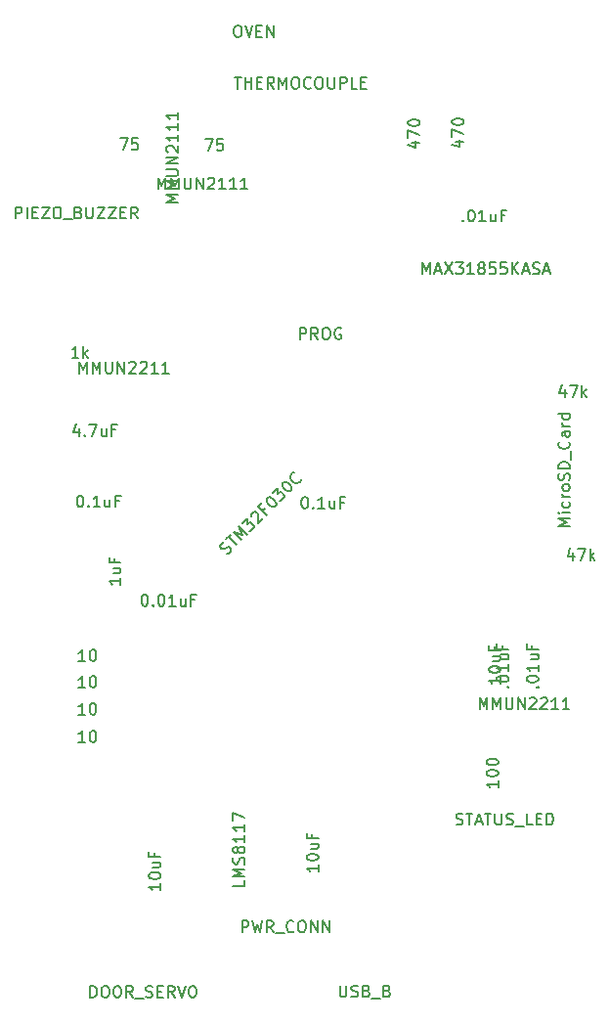
<source format=gbr>
G04 #@! TF.FileFunction,Other,Fab,Top*
%FSLAX46Y46*%
G04 Gerber Fmt 4.6, Leading zero omitted, Abs format (unit mm)*
G04 Created by KiCad (PCBNEW 4.0.1-stable) date 3/14/2016 3:22:51 AM*
%MOMM*%
G01*
G04 APERTURE LIST*
%ADD10C,0.100000*%
%ADD11C,0.150000*%
G04 APERTURE END LIST*
D10*
D11*
X167508467Y-80587543D02*
X167556086Y-80635162D01*
X167508467Y-80682781D01*
X167460848Y-80635162D01*
X167508467Y-80587543D01*
X167508467Y-80682781D01*
X168175133Y-79682781D02*
X168270372Y-79682781D01*
X168365610Y-79730400D01*
X168413229Y-79778019D01*
X168460848Y-79873257D01*
X168508467Y-80063733D01*
X168508467Y-80301829D01*
X168460848Y-80492305D01*
X168413229Y-80587543D01*
X168365610Y-80635162D01*
X168270372Y-80682781D01*
X168175133Y-80682781D01*
X168079895Y-80635162D01*
X168032276Y-80587543D01*
X167984657Y-80492305D01*
X167937038Y-80301829D01*
X167937038Y-80063733D01*
X167984657Y-79873257D01*
X168032276Y-79778019D01*
X168079895Y-79730400D01*
X168175133Y-79682781D01*
X169460848Y-80682781D02*
X168889419Y-80682781D01*
X169175133Y-80682781D02*
X169175133Y-79682781D01*
X169079895Y-79825638D01*
X168984657Y-79920876D01*
X168889419Y-79968495D01*
X170317991Y-80016114D02*
X170317991Y-80682781D01*
X169889419Y-80016114D02*
X169889419Y-80539924D01*
X169937038Y-80635162D01*
X170032276Y-80682781D01*
X170175134Y-80682781D01*
X170270372Y-80635162D01*
X170317991Y-80587543D01*
X171127515Y-80158971D02*
X170794181Y-80158971D01*
X170794181Y-80682781D02*
X170794181Y-79682781D01*
X171270372Y-79682781D01*
X154960581Y-136377228D02*
X154960581Y-136948657D01*
X154960581Y-136662943D02*
X153960581Y-136662943D01*
X154103438Y-136758181D01*
X154198676Y-136853419D01*
X154246295Y-136948657D01*
X153960581Y-135758181D02*
X153960581Y-135662942D01*
X154008200Y-135567704D01*
X154055819Y-135520085D01*
X154151057Y-135472466D01*
X154341533Y-135424847D01*
X154579629Y-135424847D01*
X154770105Y-135472466D01*
X154865343Y-135520085D01*
X154912962Y-135567704D01*
X154960581Y-135662942D01*
X154960581Y-135758181D01*
X154912962Y-135853419D01*
X154865343Y-135901038D01*
X154770105Y-135948657D01*
X154579629Y-135996276D01*
X154341533Y-135996276D01*
X154151057Y-135948657D01*
X154055819Y-135901038D01*
X154008200Y-135853419D01*
X153960581Y-135758181D01*
X154293914Y-134567704D02*
X154960581Y-134567704D01*
X154293914Y-134996276D02*
X154817724Y-134996276D01*
X154912962Y-134948657D01*
X154960581Y-134853419D01*
X154960581Y-134710561D01*
X154912962Y-134615323D01*
X154865343Y-134567704D01*
X154436771Y-133758180D02*
X154436771Y-134091514D01*
X154960581Y-134091514D02*
X153960581Y-134091514D01*
X153960581Y-133615323D01*
X141295381Y-137977428D02*
X141295381Y-138548857D01*
X141295381Y-138263143D02*
X140295381Y-138263143D01*
X140438238Y-138358381D01*
X140533476Y-138453619D01*
X140581095Y-138548857D01*
X140295381Y-137358381D02*
X140295381Y-137263142D01*
X140343000Y-137167904D01*
X140390619Y-137120285D01*
X140485857Y-137072666D01*
X140676333Y-137025047D01*
X140914429Y-137025047D01*
X141104905Y-137072666D01*
X141200143Y-137120285D01*
X141247762Y-137167904D01*
X141295381Y-137263142D01*
X141295381Y-137358381D01*
X141247762Y-137453619D01*
X141200143Y-137501238D01*
X141104905Y-137548857D01*
X140914429Y-137596476D01*
X140676333Y-137596476D01*
X140485857Y-137548857D01*
X140390619Y-137501238D01*
X140343000Y-137453619D01*
X140295381Y-137358381D01*
X140628714Y-136167904D02*
X141295381Y-136167904D01*
X140628714Y-136596476D02*
X141152524Y-136596476D01*
X141247762Y-136548857D01*
X141295381Y-136453619D01*
X141295381Y-136310761D01*
X141247762Y-136215523D01*
X141200143Y-136167904D01*
X140771571Y-135358380D02*
X140771571Y-135691714D01*
X141295381Y-135691714D02*
X140295381Y-135691714D01*
X140295381Y-135215523D01*
X139892352Y-112964981D02*
X139987591Y-112964981D01*
X140082829Y-113012600D01*
X140130448Y-113060219D01*
X140178067Y-113155457D01*
X140225686Y-113345933D01*
X140225686Y-113584029D01*
X140178067Y-113774505D01*
X140130448Y-113869743D01*
X140082829Y-113917362D01*
X139987591Y-113964981D01*
X139892352Y-113964981D01*
X139797114Y-113917362D01*
X139749495Y-113869743D01*
X139701876Y-113774505D01*
X139654257Y-113584029D01*
X139654257Y-113345933D01*
X139701876Y-113155457D01*
X139749495Y-113060219D01*
X139797114Y-113012600D01*
X139892352Y-112964981D01*
X140654257Y-113869743D02*
X140701876Y-113917362D01*
X140654257Y-113964981D01*
X140606638Y-113917362D01*
X140654257Y-113869743D01*
X140654257Y-113964981D01*
X141320923Y-112964981D02*
X141416162Y-112964981D01*
X141511400Y-113012600D01*
X141559019Y-113060219D01*
X141606638Y-113155457D01*
X141654257Y-113345933D01*
X141654257Y-113584029D01*
X141606638Y-113774505D01*
X141559019Y-113869743D01*
X141511400Y-113917362D01*
X141416162Y-113964981D01*
X141320923Y-113964981D01*
X141225685Y-113917362D01*
X141178066Y-113869743D01*
X141130447Y-113774505D01*
X141082828Y-113584029D01*
X141082828Y-113345933D01*
X141130447Y-113155457D01*
X141178066Y-113060219D01*
X141225685Y-113012600D01*
X141320923Y-112964981D01*
X142606638Y-113964981D02*
X142035209Y-113964981D01*
X142320923Y-113964981D02*
X142320923Y-112964981D01*
X142225685Y-113107838D01*
X142130447Y-113203076D01*
X142035209Y-113250695D01*
X143463781Y-113298314D02*
X143463781Y-113964981D01*
X143035209Y-113298314D02*
X143035209Y-113822124D01*
X143082828Y-113917362D01*
X143178066Y-113964981D01*
X143320924Y-113964981D01*
X143416162Y-113917362D01*
X143463781Y-113869743D01*
X144273305Y-113441171D02*
X143939971Y-113441171D01*
X143939971Y-113964981D02*
X143939971Y-112964981D01*
X144416162Y-112964981D01*
X137849181Y-111542438D02*
X137849181Y-112113867D01*
X137849181Y-111828153D02*
X136849181Y-111828153D01*
X136992038Y-111923391D01*
X137087276Y-112018629D01*
X137134895Y-112113867D01*
X137182514Y-110685295D02*
X137849181Y-110685295D01*
X137182514Y-111113867D02*
X137706324Y-111113867D01*
X137801562Y-111066248D01*
X137849181Y-110971010D01*
X137849181Y-110828152D01*
X137801562Y-110732914D01*
X137753943Y-110685295D01*
X137325371Y-109875771D02*
X137325371Y-110209105D01*
X137849181Y-110209105D02*
X136849181Y-110209105D01*
X136849181Y-109732914D01*
X134297943Y-104405181D02*
X134393182Y-104405181D01*
X134488420Y-104452800D01*
X134536039Y-104500419D01*
X134583658Y-104595657D01*
X134631277Y-104786133D01*
X134631277Y-105024229D01*
X134583658Y-105214705D01*
X134536039Y-105309943D01*
X134488420Y-105357562D01*
X134393182Y-105405181D01*
X134297943Y-105405181D01*
X134202705Y-105357562D01*
X134155086Y-105309943D01*
X134107467Y-105214705D01*
X134059848Y-105024229D01*
X134059848Y-104786133D01*
X134107467Y-104595657D01*
X134155086Y-104500419D01*
X134202705Y-104452800D01*
X134297943Y-104405181D01*
X135059848Y-105309943D02*
X135107467Y-105357562D01*
X135059848Y-105405181D01*
X135012229Y-105357562D01*
X135059848Y-105309943D01*
X135059848Y-105405181D01*
X136059848Y-105405181D02*
X135488419Y-105405181D01*
X135774133Y-105405181D02*
X135774133Y-104405181D01*
X135678895Y-104548038D01*
X135583657Y-104643276D01*
X135488419Y-104690895D01*
X136916991Y-104738514D02*
X136916991Y-105405181D01*
X136488419Y-104738514D02*
X136488419Y-105262324D01*
X136536038Y-105357562D01*
X136631276Y-105405181D01*
X136774134Y-105405181D01*
X136869372Y-105357562D01*
X136916991Y-105309943D01*
X137726515Y-104881371D02*
X137393181Y-104881371D01*
X137393181Y-105405181D02*
X137393181Y-104405181D01*
X137869372Y-104405181D01*
X153754343Y-104523981D02*
X153849582Y-104523981D01*
X153944820Y-104571600D01*
X153992439Y-104619219D01*
X154040058Y-104714457D01*
X154087677Y-104904933D01*
X154087677Y-105143029D01*
X154040058Y-105333505D01*
X153992439Y-105428743D01*
X153944820Y-105476362D01*
X153849582Y-105523981D01*
X153754343Y-105523981D01*
X153659105Y-105476362D01*
X153611486Y-105428743D01*
X153563867Y-105333505D01*
X153516248Y-105143029D01*
X153516248Y-104904933D01*
X153563867Y-104714457D01*
X153611486Y-104619219D01*
X153659105Y-104571600D01*
X153754343Y-104523981D01*
X154516248Y-105428743D02*
X154563867Y-105476362D01*
X154516248Y-105523981D01*
X154468629Y-105476362D01*
X154516248Y-105428743D01*
X154516248Y-105523981D01*
X155516248Y-105523981D02*
X154944819Y-105523981D01*
X155230533Y-105523981D02*
X155230533Y-104523981D01*
X155135295Y-104666838D01*
X155040057Y-104762076D01*
X154944819Y-104809695D01*
X156373391Y-104857314D02*
X156373391Y-105523981D01*
X155944819Y-104857314D02*
X155944819Y-105381124D01*
X155992438Y-105476362D01*
X156087676Y-105523981D01*
X156230534Y-105523981D01*
X156325772Y-105476362D01*
X156373391Y-105428743D01*
X157182915Y-105000171D02*
X156849581Y-105000171D01*
X156849581Y-105523981D02*
X156849581Y-104523981D01*
X157325772Y-104523981D01*
X134231239Y-98574514D02*
X134231239Y-99241181D01*
X133993143Y-98193562D02*
X133755048Y-98907848D01*
X134374096Y-98907848D01*
X134755048Y-99145943D02*
X134802667Y-99193562D01*
X134755048Y-99241181D01*
X134707429Y-99193562D01*
X134755048Y-99145943D01*
X134755048Y-99241181D01*
X135136000Y-98241181D02*
X135802667Y-98241181D01*
X135374095Y-99241181D01*
X136612191Y-98574514D02*
X136612191Y-99241181D01*
X136183619Y-98574514D02*
X136183619Y-99098324D01*
X136231238Y-99193562D01*
X136326476Y-99241181D01*
X136469334Y-99241181D01*
X136564572Y-99193562D01*
X136612191Y-99145943D01*
X137421715Y-98717371D02*
X137088381Y-98717371D01*
X137088381Y-99241181D02*
X137088381Y-98241181D01*
X137564572Y-98241181D01*
X170733981Y-120121228D02*
X170733981Y-120692657D01*
X170733981Y-120406943D02*
X169733981Y-120406943D01*
X169876838Y-120502181D01*
X169972076Y-120597419D01*
X170019695Y-120692657D01*
X169733981Y-119502181D02*
X169733981Y-119406942D01*
X169781600Y-119311704D01*
X169829219Y-119264085D01*
X169924457Y-119216466D01*
X170114933Y-119168847D01*
X170353029Y-119168847D01*
X170543505Y-119216466D01*
X170638743Y-119264085D01*
X170686362Y-119311704D01*
X170733981Y-119406942D01*
X170733981Y-119502181D01*
X170686362Y-119597419D01*
X170638743Y-119645038D01*
X170543505Y-119692657D01*
X170353029Y-119740276D01*
X170114933Y-119740276D01*
X169924457Y-119692657D01*
X169829219Y-119645038D01*
X169781600Y-119597419D01*
X169733981Y-119502181D01*
X170067314Y-118311704D02*
X170733981Y-118311704D01*
X170067314Y-118740276D02*
X170591124Y-118740276D01*
X170686362Y-118692657D01*
X170733981Y-118597419D01*
X170733981Y-118454561D01*
X170686362Y-118359323D01*
X170638743Y-118311704D01*
X170210171Y-117502180D02*
X170210171Y-117835514D01*
X170733981Y-117835514D02*
X169733981Y-117835514D01*
X169733981Y-117359323D01*
X171358143Y-120975333D02*
X171405762Y-120927714D01*
X171453381Y-120975333D01*
X171405762Y-121022952D01*
X171358143Y-120975333D01*
X171453381Y-120975333D01*
X170453381Y-120308667D02*
X170453381Y-120213428D01*
X170501000Y-120118190D01*
X170548619Y-120070571D01*
X170643857Y-120022952D01*
X170834333Y-119975333D01*
X171072429Y-119975333D01*
X171262905Y-120022952D01*
X171358143Y-120070571D01*
X171405762Y-120118190D01*
X171453381Y-120213428D01*
X171453381Y-120308667D01*
X171405762Y-120403905D01*
X171358143Y-120451524D01*
X171262905Y-120499143D01*
X171072429Y-120546762D01*
X170834333Y-120546762D01*
X170643857Y-120499143D01*
X170548619Y-120451524D01*
X170501000Y-120403905D01*
X170453381Y-120308667D01*
X171453381Y-119022952D02*
X171453381Y-119594381D01*
X171453381Y-119308667D02*
X170453381Y-119308667D01*
X170596238Y-119403905D01*
X170691476Y-119499143D01*
X170739095Y-119594381D01*
X170786714Y-118165809D02*
X171453381Y-118165809D01*
X170786714Y-118594381D02*
X171310524Y-118594381D01*
X171405762Y-118546762D01*
X171453381Y-118451524D01*
X171453381Y-118308666D01*
X171405762Y-118213428D01*
X171358143Y-118165809D01*
X170929571Y-117356285D02*
X170929571Y-117689619D01*
X171453381Y-117689619D02*
X170453381Y-117689619D01*
X170453381Y-117213428D01*
X173923543Y-120994133D02*
X173971162Y-120946514D01*
X174018781Y-120994133D01*
X173971162Y-121041752D01*
X173923543Y-120994133D01*
X174018781Y-120994133D01*
X173018781Y-120327467D02*
X173018781Y-120232228D01*
X173066400Y-120136990D01*
X173114019Y-120089371D01*
X173209257Y-120041752D01*
X173399733Y-119994133D01*
X173637829Y-119994133D01*
X173828305Y-120041752D01*
X173923543Y-120089371D01*
X173971162Y-120136990D01*
X174018781Y-120232228D01*
X174018781Y-120327467D01*
X173971162Y-120422705D01*
X173923543Y-120470324D01*
X173828305Y-120517943D01*
X173637829Y-120565562D01*
X173399733Y-120565562D01*
X173209257Y-120517943D01*
X173114019Y-120470324D01*
X173066400Y-120422705D01*
X173018781Y-120327467D01*
X174018781Y-119041752D02*
X174018781Y-119613181D01*
X174018781Y-119327467D02*
X173018781Y-119327467D01*
X173161638Y-119422705D01*
X173256876Y-119517943D01*
X173304495Y-119613181D01*
X173352114Y-118184609D02*
X174018781Y-118184609D01*
X173352114Y-118613181D02*
X173875924Y-118613181D01*
X173971162Y-118565562D01*
X174018781Y-118470324D01*
X174018781Y-118327466D01*
X173971162Y-118232228D01*
X173923543Y-118184609D01*
X173494971Y-117375085D02*
X173494971Y-117708419D01*
X174018781Y-117708419D02*
X173018781Y-117708419D01*
X173018781Y-117232228D01*
X176760181Y-107024134D02*
X175760181Y-107024134D01*
X176474467Y-106690800D01*
X175760181Y-106357467D01*
X176760181Y-106357467D01*
X176760181Y-105881277D02*
X176093514Y-105881277D01*
X175760181Y-105881277D02*
X175807800Y-105928896D01*
X175855419Y-105881277D01*
X175807800Y-105833658D01*
X175760181Y-105881277D01*
X175855419Y-105881277D01*
X176712562Y-104976515D02*
X176760181Y-105071753D01*
X176760181Y-105262230D01*
X176712562Y-105357468D01*
X176664943Y-105405087D01*
X176569705Y-105452706D01*
X176283990Y-105452706D01*
X176188752Y-105405087D01*
X176141133Y-105357468D01*
X176093514Y-105262230D01*
X176093514Y-105071753D01*
X176141133Y-104976515D01*
X176760181Y-104547944D02*
X176093514Y-104547944D01*
X176283990Y-104547944D02*
X176188752Y-104500325D01*
X176141133Y-104452706D01*
X176093514Y-104357468D01*
X176093514Y-104262229D01*
X176760181Y-103786039D02*
X176712562Y-103881277D01*
X176664943Y-103928896D01*
X176569705Y-103976515D01*
X176283990Y-103976515D01*
X176188752Y-103928896D01*
X176141133Y-103881277D01*
X176093514Y-103786039D01*
X176093514Y-103643181D01*
X176141133Y-103547943D01*
X176188752Y-103500324D01*
X176283990Y-103452705D01*
X176569705Y-103452705D01*
X176664943Y-103500324D01*
X176712562Y-103547943D01*
X176760181Y-103643181D01*
X176760181Y-103786039D01*
X176712562Y-103071753D02*
X176760181Y-102928896D01*
X176760181Y-102690800D01*
X176712562Y-102595562D01*
X176664943Y-102547943D01*
X176569705Y-102500324D01*
X176474467Y-102500324D01*
X176379229Y-102547943D01*
X176331610Y-102595562D01*
X176283990Y-102690800D01*
X176236371Y-102881277D01*
X176188752Y-102976515D01*
X176141133Y-103024134D01*
X176045895Y-103071753D01*
X175950657Y-103071753D01*
X175855419Y-103024134D01*
X175807800Y-102976515D01*
X175760181Y-102881277D01*
X175760181Y-102643181D01*
X175807800Y-102500324D01*
X176760181Y-102071753D02*
X175760181Y-102071753D01*
X175760181Y-101833658D01*
X175807800Y-101690800D01*
X175903038Y-101595562D01*
X175998276Y-101547943D01*
X176188752Y-101500324D01*
X176331610Y-101500324D01*
X176522086Y-101547943D01*
X176617324Y-101595562D01*
X176712562Y-101690800D01*
X176760181Y-101833658D01*
X176760181Y-102071753D01*
X176855419Y-101309848D02*
X176855419Y-100547943D01*
X176664943Y-99738419D02*
X176712562Y-99786038D01*
X176760181Y-99928895D01*
X176760181Y-100024133D01*
X176712562Y-100166991D01*
X176617324Y-100262229D01*
X176522086Y-100309848D01*
X176331610Y-100357467D01*
X176188752Y-100357467D01*
X175998276Y-100309848D01*
X175903038Y-100262229D01*
X175807800Y-100166991D01*
X175760181Y-100024133D01*
X175760181Y-99928895D01*
X175807800Y-99786038D01*
X175855419Y-99738419D01*
X176760181Y-98881276D02*
X176236371Y-98881276D01*
X176141133Y-98928895D01*
X176093514Y-99024133D01*
X176093514Y-99214610D01*
X176141133Y-99309848D01*
X176712562Y-98881276D02*
X176760181Y-98976514D01*
X176760181Y-99214610D01*
X176712562Y-99309848D01*
X176617324Y-99357467D01*
X176522086Y-99357467D01*
X176426848Y-99309848D01*
X176379229Y-99214610D01*
X176379229Y-98976514D01*
X176331610Y-98881276D01*
X176760181Y-98405086D02*
X176093514Y-98405086D01*
X176283990Y-98405086D02*
X176188752Y-98357467D01*
X176141133Y-98309848D01*
X176093514Y-98214610D01*
X176093514Y-98119371D01*
X176760181Y-97357466D02*
X175760181Y-97357466D01*
X176712562Y-97357466D02*
X176760181Y-97452704D01*
X176760181Y-97643181D01*
X176712562Y-97738419D01*
X176664943Y-97786038D01*
X176569705Y-97833657D01*
X176283990Y-97833657D01*
X176188752Y-97786038D01*
X176141133Y-97738419D01*
X176093514Y-97643181D01*
X176093514Y-97452704D01*
X176141133Y-97357466D01*
X166897894Y-132868362D02*
X167040751Y-132915981D01*
X167278847Y-132915981D01*
X167374085Y-132868362D01*
X167421704Y-132820743D01*
X167469323Y-132725505D01*
X167469323Y-132630267D01*
X167421704Y-132535029D01*
X167374085Y-132487410D01*
X167278847Y-132439790D01*
X167088370Y-132392171D01*
X166993132Y-132344552D01*
X166945513Y-132296933D01*
X166897894Y-132201695D01*
X166897894Y-132106457D01*
X166945513Y-132011219D01*
X166993132Y-131963600D01*
X167088370Y-131915981D01*
X167326466Y-131915981D01*
X167469323Y-131963600D01*
X167755037Y-131915981D02*
X168326466Y-131915981D01*
X168040751Y-132915981D02*
X168040751Y-131915981D01*
X168612180Y-132630267D02*
X169088371Y-132630267D01*
X168516942Y-132915981D02*
X168850275Y-131915981D01*
X169183609Y-132915981D01*
X169374085Y-131915981D02*
X169945514Y-131915981D01*
X169659799Y-132915981D02*
X169659799Y-131915981D01*
X170278847Y-131915981D02*
X170278847Y-132725505D01*
X170326466Y-132820743D01*
X170374085Y-132868362D01*
X170469323Y-132915981D01*
X170659800Y-132915981D01*
X170755038Y-132868362D01*
X170802657Y-132820743D01*
X170850276Y-132725505D01*
X170850276Y-131915981D01*
X171278847Y-132868362D02*
X171421704Y-132915981D01*
X171659800Y-132915981D01*
X171755038Y-132868362D01*
X171802657Y-132820743D01*
X171850276Y-132725505D01*
X171850276Y-132630267D01*
X171802657Y-132535029D01*
X171755038Y-132487410D01*
X171659800Y-132439790D01*
X171469323Y-132392171D01*
X171374085Y-132344552D01*
X171326466Y-132296933D01*
X171278847Y-132201695D01*
X171278847Y-132106457D01*
X171326466Y-132011219D01*
X171374085Y-131963600D01*
X171469323Y-131915981D01*
X171707419Y-131915981D01*
X171850276Y-131963600D01*
X172040752Y-133011219D02*
X172802657Y-133011219D01*
X173516943Y-132915981D02*
X173040752Y-132915981D01*
X173040752Y-131915981D01*
X173850276Y-132392171D02*
X174183610Y-132392171D01*
X174326467Y-132915981D02*
X173850276Y-132915981D01*
X173850276Y-131915981D01*
X174326467Y-131915981D01*
X174755038Y-132915981D02*
X174755038Y-131915981D01*
X174993133Y-131915981D01*
X175135991Y-131963600D01*
X175231229Y-132058838D01*
X175278848Y-132154076D01*
X175326467Y-132344552D01*
X175326467Y-132487410D01*
X175278848Y-132677886D01*
X175231229Y-132773124D01*
X175135991Y-132868362D01*
X174993133Y-132915981D01*
X174755038Y-132915981D01*
X153357486Y-90876381D02*
X153357486Y-89876381D01*
X153738439Y-89876381D01*
X153833677Y-89924000D01*
X153881296Y-89971619D01*
X153928915Y-90066857D01*
X153928915Y-90209714D01*
X153881296Y-90304952D01*
X153833677Y-90352571D01*
X153738439Y-90400190D01*
X153357486Y-90400190D01*
X154928915Y-90876381D02*
X154595581Y-90400190D01*
X154357486Y-90876381D02*
X154357486Y-89876381D01*
X154738439Y-89876381D01*
X154833677Y-89924000D01*
X154881296Y-89971619D01*
X154928915Y-90066857D01*
X154928915Y-90209714D01*
X154881296Y-90304952D01*
X154833677Y-90352571D01*
X154738439Y-90400190D01*
X154357486Y-90400190D01*
X155547962Y-89876381D02*
X155738439Y-89876381D01*
X155833677Y-89924000D01*
X155928915Y-90019238D01*
X155976534Y-90209714D01*
X155976534Y-90543048D01*
X155928915Y-90733524D01*
X155833677Y-90828762D01*
X155738439Y-90876381D01*
X155547962Y-90876381D01*
X155452724Y-90828762D01*
X155357486Y-90733524D01*
X155309867Y-90543048D01*
X155309867Y-90209714D01*
X155357486Y-90019238D01*
X155452724Y-89924000D01*
X155547962Y-89876381D01*
X156928915Y-89924000D02*
X156833677Y-89876381D01*
X156690820Y-89876381D01*
X156547962Y-89924000D01*
X156452724Y-90019238D01*
X156405105Y-90114476D01*
X156357486Y-90304952D01*
X156357486Y-90447810D01*
X156405105Y-90638286D01*
X156452724Y-90733524D01*
X156547962Y-90828762D01*
X156690820Y-90876381D01*
X156786058Y-90876381D01*
X156928915Y-90828762D01*
X156976534Y-90781143D01*
X156976534Y-90447810D01*
X156786058Y-90447810D01*
X147704895Y-68184781D02*
X148276324Y-68184781D01*
X147990609Y-69184781D02*
X147990609Y-68184781D01*
X148609657Y-69184781D02*
X148609657Y-68184781D01*
X148609657Y-68660971D02*
X149181086Y-68660971D01*
X149181086Y-69184781D02*
X149181086Y-68184781D01*
X149657276Y-68660971D02*
X149990610Y-68660971D01*
X150133467Y-69184781D02*
X149657276Y-69184781D01*
X149657276Y-68184781D01*
X150133467Y-68184781D01*
X151133467Y-69184781D02*
X150800133Y-68708590D01*
X150562038Y-69184781D02*
X150562038Y-68184781D01*
X150942991Y-68184781D01*
X151038229Y-68232400D01*
X151085848Y-68280019D01*
X151133467Y-68375257D01*
X151133467Y-68518114D01*
X151085848Y-68613352D01*
X151038229Y-68660971D01*
X150942991Y-68708590D01*
X150562038Y-68708590D01*
X151562038Y-69184781D02*
X151562038Y-68184781D01*
X151895372Y-68899067D01*
X152228705Y-68184781D01*
X152228705Y-69184781D01*
X152895371Y-68184781D02*
X153085848Y-68184781D01*
X153181086Y-68232400D01*
X153276324Y-68327638D01*
X153323943Y-68518114D01*
X153323943Y-68851448D01*
X153276324Y-69041924D01*
X153181086Y-69137162D01*
X153085848Y-69184781D01*
X152895371Y-69184781D01*
X152800133Y-69137162D01*
X152704895Y-69041924D01*
X152657276Y-68851448D01*
X152657276Y-68518114D01*
X152704895Y-68327638D01*
X152800133Y-68232400D01*
X152895371Y-68184781D01*
X154323943Y-69089543D02*
X154276324Y-69137162D01*
X154133467Y-69184781D01*
X154038229Y-69184781D01*
X153895371Y-69137162D01*
X153800133Y-69041924D01*
X153752514Y-68946686D01*
X153704895Y-68756210D01*
X153704895Y-68613352D01*
X153752514Y-68422876D01*
X153800133Y-68327638D01*
X153895371Y-68232400D01*
X154038229Y-68184781D01*
X154133467Y-68184781D01*
X154276324Y-68232400D01*
X154323943Y-68280019D01*
X154942990Y-68184781D02*
X155133467Y-68184781D01*
X155228705Y-68232400D01*
X155323943Y-68327638D01*
X155371562Y-68518114D01*
X155371562Y-68851448D01*
X155323943Y-69041924D01*
X155228705Y-69137162D01*
X155133467Y-69184781D01*
X154942990Y-69184781D01*
X154847752Y-69137162D01*
X154752514Y-69041924D01*
X154704895Y-68851448D01*
X154704895Y-68518114D01*
X154752514Y-68327638D01*
X154847752Y-68232400D01*
X154942990Y-68184781D01*
X155800133Y-68184781D02*
X155800133Y-68994305D01*
X155847752Y-69089543D01*
X155895371Y-69137162D01*
X155990609Y-69184781D01*
X156181086Y-69184781D01*
X156276324Y-69137162D01*
X156323943Y-69089543D01*
X156371562Y-68994305D01*
X156371562Y-68184781D01*
X156847752Y-69184781D02*
X156847752Y-68184781D01*
X157228705Y-68184781D01*
X157323943Y-68232400D01*
X157371562Y-68280019D01*
X157419181Y-68375257D01*
X157419181Y-68518114D01*
X157371562Y-68613352D01*
X157323943Y-68660971D01*
X157228705Y-68708590D01*
X156847752Y-68708590D01*
X158323943Y-69184781D02*
X157847752Y-69184781D01*
X157847752Y-68184781D01*
X158657276Y-68660971D02*
X158990610Y-68660971D01*
X159133467Y-69184781D02*
X158657276Y-69184781D01*
X158657276Y-68184781D01*
X159133467Y-68184781D01*
X147902800Y-63714381D02*
X148093277Y-63714381D01*
X148188515Y-63762000D01*
X148283753Y-63857238D01*
X148331372Y-64047714D01*
X148331372Y-64381048D01*
X148283753Y-64571524D01*
X148188515Y-64666762D01*
X148093277Y-64714381D01*
X147902800Y-64714381D01*
X147807562Y-64666762D01*
X147712324Y-64571524D01*
X147664705Y-64381048D01*
X147664705Y-64047714D01*
X147712324Y-63857238D01*
X147807562Y-63762000D01*
X147902800Y-63714381D01*
X148617086Y-63714381D02*
X148950419Y-64714381D01*
X149283753Y-63714381D01*
X149617086Y-64190571D02*
X149950420Y-64190571D01*
X150093277Y-64714381D02*
X149617086Y-64714381D01*
X149617086Y-63714381D01*
X150093277Y-63714381D01*
X150521848Y-64714381D02*
X150521848Y-63714381D01*
X151093277Y-64714381D01*
X151093277Y-63714381D01*
X156835743Y-146823181D02*
X156835743Y-147632705D01*
X156883362Y-147727943D01*
X156930981Y-147775562D01*
X157026219Y-147823181D01*
X157216696Y-147823181D01*
X157311934Y-147775562D01*
X157359553Y-147727943D01*
X157407172Y-147632705D01*
X157407172Y-146823181D01*
X157835743Y-147775562D02*
X157978600Y-147823181D01*
X158216696Y-147823181D01*
X158311934Y-147775562D01*
X158359553Y-147727943D01*
X158407172Y-147632705D01*
X158407172Y-147537467D01*
X158359553Y-147442229D01*
X158311934Y-147394610D01*
X158216696Y-147346990D01*
X158026219Y-147299371D01*
X157930981Y-147251752D01*
X157883362Y-147204133D01*
X157835743Y-147108895D01*
X157835743Y-147013657D01*
X157883362Y-146918419D01*
X157930981Y-146870800D01*
X158026219Y-146823181D01*
X158264315Y-146823181D01*
X158407172Y-146870800D01*
X159169077Y-147299371D02*
X159311934Y-147346990D01*
X159359553Y-147394610D01*
X159407172Y-147489848D01*
X159407172Y-147632705D01*
X159359553Y-147727943D01*
X159311934Y-147775562D01*
X159216696Y-147823181D01*
X158835743Y-147823181D01*
X158835743Y-146823181D01*
X159169077Y-146823181D01*
X159264315Y-146870800D01*
X159311934Y-146918419D01*
X159359553Y-147013657D01*
X159359553Y-147108895D01*
X159311934Y-147204133D01*
X159264315Y-147251752D01*
X159169077Y-147299371D01*
X158835743Y-147299371D01*
X159597648Y-147918419D02*
X160359553Y-147918419D01*
X160930982Y-147299371D02*
X161073839Y-147346990D01*
X161121458Y-147394610D01*
X161169077Y-147489848D01*
X161169077Y-147632705D01*
X161121458Y-147727943D01*
X161073839Y-147775562D01*
X160978601Y-147823181D01*
X160597648Y-147823181D01*
X160597648Y-146823181D01*
X160930982Y-146823181D01*
X161026220Y-146870800D01*
X161073839Y-146918419D01*
X161121458Y-147013657D01*
X161121458Y-147108895D01*
X161073839Y-147204133D01*
X161026220Y-147251752D01*
X160930982Y-147299371D01*
X160597648Y-147299371D01*
X134268057Y-93822781D02*
X134268057Y-92822781D01*
X134601391Y-93537067D01*
X134934724Y-92822781D01*
X134934724Y-93822781D01*
X135410914Y-93822781D02*
X135410914Y-92822781D01*
X135744248Y-93537067D01*
X136077581Y-92822781D01*
X136077581Y-93822781D01*
X136553771Y-92822781D02*
X136553771Y-93632305D01*
X136601390Y-93727543D01*
X136649009Y-93775162D01*
X136744247Y-93822781D01*
X136934724Y-93822781D01*
X137029962Y-93775162D01*
X137077581Y-93727543D01*
X137125200Y-93632305D01*
X137125200Y-92822781D01*
X137601390Y-93822781D02*
X137601390Y-92822781D01*
X138172819Y-93822781D01*
X138172819Y-92822781D01*
X138601390Y-92918019D02*
X138649009Y-92870400D01*
X138744247Y-92822781D01*
X138982343Y-92822781D01*
X139077581Y-92870400D01*
X139125200Y-92918019D01*
X139172819Y-93013257D01*
X139172819Y-93108495D01*
X139125200Y-93251352D01*
X138553771Y-93822781D01*
X139172819Y-93822781D01*
X139553771Y-92918019D02*
X139601390Y-92870400D01*
X139696628Y-92822781D01*
X139934724Y-92822781D01*
X140029962Y-92870400D01*
X140077581Y-92918019D01*
X140125200Y-93013257D01*
X140125200Y-93108495D01*
X140077581Y-93251352D01*
X139506152Y-93822781D01*
X140125200Y-93822781D01*
X141077581Y-93822781D02*
X140506152Y-93822781D01*
X140791866Y-93822781D02*
X140791866Y-92822781D01*
X140696628Y-92965638D01*
X140601390Y-93060876D01*
X140506152Y-93108495D01*
X142029962Y-93822781D02*
X141458533Y-93822781D01*
X141744247Y-93822781D02*
X141744247Y-92822781D01*
X141649009Y-92965638D01*
X141553771Y-93060876D01*
X141458533Y-93108495D01*
X141075257Y-77885581D02*
X141075257Y-76885581D01*
X141408591Y-77599867D01*
X141741924Y-76885581D01*
X141741924Y-77885581D01*
X142218114Y-77885581D02*
X142218114Y-76885581D01*
X142551448Y-77599867D01*
X142884781Y-76885581D01*
X142884781Y-77885581D01*
X143360971Y-76885581D02*
X143360971Y-77695105D01*
X143408590Y-77790343D01*
X143456209Y-77837962D01*
X143551447Y-77885581D01*
X143741924Y-77885581D01*
X143837162Y-77837962D01*
X143884781Y-77790343D01*
X143932400Y-77695105D01*
X143932400Y-76885581D01*
X144408590Y-77885581D02*
X144408590Y-76885581D01*
X144980019Y-77885581D01*
X144980019Y-76885581D01*
X145408590Y-76980819D02*
X145456209Y-76933200D01*
X145551447Y-76885581D01*
X145789543Y-76885581D01*
X145884781Y-76933200D01*
X145932400Y-76980819D01*
X145980019Y-77076057D01*
X145980019Y-77171295D01*
X145932400Y-77314152D01*
X145360971Y-77885581D01*
X145980019Y-77885581D01*
X146932400Y-77885581D02*
X146360971Y-77885581D01*
X146646685Y-77885581D02*
X146646685Y-76885581D01*
X146551447Y-77028438D01*
X146456209Y-77123676D01*
X146360971Y-77171295D01*
X147884781Y-77885581D02*
X147313352Y-77885581D01*
X147599066Y-77885581D02*
X147599066Y-76885581D01*
X147503828Y-77028438D01*
X147408590Y-77123676D01*
X147313352Y-77171295D01*
X148837162Y-77885581D02*
X148265733Y-77885581D01*
X148551447Y-77885581D02*
X148551447Y-76885581D01*
X148456209Y-77028438D01*
X148360971Y-77123676D01*
X148265733Y-77171295D01*
X142833381Y-79015743D02*
X141833381Y-79015743D01*
X142547667Y-78682409D01*
X141833381Y-78349076D01*
X142833381Y-78349076D01*
X142833381Y-77872886D02*
X141833381Y-77872886D01*
X142547667Y-77539552D01*
X141833381Y-77206219D01*
X142833381Y-77206219D01*
X141833381Y-76730029D02*
X142642905Y-76730029D01*
X142738143Y-76682410D01*
X142785762Y-76634791D01*
X142833381Y-76539553D01*
X142833381Y-76349076D01*
X142785762Y-76253838D01*
X142738143Y-76206219D01*
X142642905Y-76158600D01*
X141833381Y-76158600D01*
X142833381Y-75682410D02*
X141833381Y-75682410D01*
X142833381Y-75110981D01*
X141833381Y-75110981D01*
X141928619Y-74682410D02*
X141881000Y-74634791D01*
X141833381Y-74539553D01*
X141833381Y-74301457D01*
X141881000Y-74206219D01*
X141928619Y-74158600D01*
X142023857Y-74110981D01*
X142119095Y-74110981D01*
X142261952Y-74158600D01*
X142833381Y-74730029D01*
X142833381Y-74110981D01*
X142833381Y-73158600D02*
X142833381Y-73730029D01*
X142833381Y-73444315D02*
X141833381Y-73444315D01*
X141976238Y-73539553D01*
X142071476Y-73634791D01*
X142119095Y-73730029D01*
X142833381Y-72206219D02*
X142833381Y-72777648D01*
X142833381Y-72491934D02*
X141833381Y-72491934D01*
X141976238Y-72587172D01*
X142071476Y-72682410D01*
X142119095Y-72777648D01*
X142833381Y-71253838D02*
X142833381Y-71825267D01*
X142833381Y-71539553D02*
X141833381Y-71539553D01*
X141976238Y-71634791D01*
X142071476Y-71730029D01*
X142119095Y-71825267D01*
X168939057Y-122905781D02*
X168939057Y-121905781D01*
X169272391Y-122620067D01*
X169605724Y-121905781D01*
X169605724Y-122905781D01*
X170081914Y-122905781D02*
X170081914Y-121905781D01*
X170415248Y-122620067D01*
X170748581Y-121905781D01*
X170748581Y-122905781D01*
X171224771Y-121905781D02*
X171224771Y-122715305D01*
X171272390Y-122810543D01*
X171320009Y-122858162D01*
X171415247Y-122905781D01*
X171605724Y-122905781D01*
X171700962Y-122858162D01*
X171748581Y-122810543D01*
X171796200Y-122715305D01*
X171796200Y-121905781D01*
X172272390Y-122905781D02*
X172272390Y-121905781D01*
X172843819Y-122905781D01*
X172843819Y-121905781D01*
X173272390Y-122001019D02*
X173320009Y-121953400D01*
X173415247Y-121905781D01*
X173653343Y-121905781D01*
X173748581Y-121953400D01*
X173796200Y-122001019D01*
X173843819Y-122096257D01*
X173843819Y-122191495D01*
X173796200Y-122334352D01*
X173224771Y-122905781D01*
X173843819Y-122905781D01*
X174224771Y-122001019D02*
X174272390Y-121953400D01*
X174367628Y-121905781D01*
X174605724Y-121905781D01*
X174700962Y-121953400D01*
X174748581Y-122001019D01*
X174796200Y-122096257D01*
X174796200Y-122191495D01*
X174748581Y-122334352D01*
X174177152Y-122905781D01*
X174796200Y-122905781D01*
X175748581Y-122905781D02*
X175177152Y-122905781D01*
X175462866Y-122905781D02*
X175462866Y-121905781D01*
X175367628Y-122048638D01*
X175272390Y-122143876D01*
X175177152Y-122191495D01*
X176700962Y-122905781D02*
X176129533Y-122905781D01*
X176415247Y-122905781D02*
X176415247Y-121905781D01*
X176320009Y-122048638D01*
X176224771Y-122143876D01*
X176129533Y-122191495D01*
X166884114Y-73761504D02*
X167550781Y-73761504D01*
X166503162Y-73999600D02*
X167217448Y-74237695D01*
X167217448Y-73618647D01*
X166550781Y-73332933D02*
X166550781Y-72666266D01*
X167550781Y-73094838D01*
X166550781Y-72094838D02*
X166550781Y-71999599D01*
X166598400Y-71904361D01*
X166646019Y-71856742D01*
X166741257Y-71809123D01*
X166931733Y-71761504D01*
X167169829Y-71761504D01*
X167360305Y-71809123D01*
X167455543Y-71856742D01*
X167503162Y-71904361D01*
X167550781Y-71999599D01*
X167550781Y-72094838D01*
X167503162Y-72190076D01*
X167455543Y-72237695D01*
X167360305Y-72285314D01*
X167169829Y-72332933D01*
X166931733Y-72332933D01*
X166741257Y-72285314D01*
X166646019Y-72237695D01*
X166598400Y-72190076D01*
X166550781Y-72094838D01*
X163074114Y-73837704D02*
X163740781Y-73837704D01*
X162693162Y-74075800D02*
X163407448Y-74313895D01*
X163407448Y-73694847D01*
X162740781Y-73409133D02*
X162740781Y-72742466D01*
X163740781Y-73171038D01*
X162740781Y-72171038D02*
X162740781Y-72075799D01*
X162788400Y-71980561D01*
X162836019Y-71932942D01*
X162931257Y-71885323D01*
X163121733Y-71837704D01*
X163359829Y-71837704D01*
X163550305Y-71885323D01*
X163645543Y-71932942D01*
X163693162Y-71980561D01*
X163740781Y-72075799D01*
X163740781Y-72171038D01*
X163693162Y-72266276D01*
X163645543Y-72313895D01*
X163550305Y-72361514D01*
X163359829Y-72409133D01*
X163121733Y-72409133D01*
X162931257Y-72361514D01*
X162836019Y-72313895D01*
X162788400Y-72266276D01*
X162740781Y-72171038D01*
X134196153Y-92476581D02*
X133624724Y-92476581D01*
X133910438Y-92476581D02*
X133910438Y-91476581D01*
X133815200Y-91619438D01*
X133719962Y-91714676D01*
X133624724Y-91762295D01*
X134624724Y-92476581D02*
X134624724Y-91476581D01*
X134719962Y-92095629D02*
X135005677Y-92476581D01*
X135005677Y-91809914D02*
X134624724Y-92190867D01*
X145164276Y-73535981D02*
X145830943Y-73535981D01*
X145402371Y-74535981D01*
X146688086Y-73535981D02*
X146211895Y-73535981D01*
X146164276Y-74012171D01*
X146211895Y-73964552D01*
X146307133Y-73916933D01*
X146545229Y-73916933D01*
X146640467Y-73964552D01*
X146688086Y-74012171D01*
X146735705Y-74107410D01*
X146735705Y-74345505D01*
X146688086Y-74440743D01*
X146640467Y-74488362D01*
X146545229Y-74535981D01*
X146307133Y-74535981D01*
X146211895Y-74488362D01*
X146164276Y-74440743D01*
X137798276Y-73485181D02*
X138464943Y-73485181D01*
X138036371Y-74485181D01*
X139322086Y-73485181D02*
X138845895Y-73485181D01*
X138798276Y-73961371D01*
X138845895Y-73913752D01*
X138941133Y-73866133D01*
X139179229Y-73866133D01*
X139274467Y-73913752D01*
X139322086Y-73961371D01*
X139369705Y-74056610D01*
X139369705Y-74294705D01*
X139322086Y-74389943D01*
X139274467Y-74437562D01*
X139179229Y-74485181D01*
X138941133Y-74485181D01*
X138845895Y-74437562D01*
X138798276Y-74389943D01*
X134785124Y-118748381D02*
X134213695Y-118748381D01*
X134499409Y-118748381D02*
X134499409Y-117748381D01*
X134404171Y-117891238D01*
X134308933Y-117986476D01*
X134213695Y-118034095D01*
X135404171Y-117748381D02*
X135499410Y-117748381D01*
X135594648Y-117796000D01*
X135642267Y-117843619D01*
X135689886Y-117938857D01*
X135737505Y-118129333D01*
X135737505Y-118367429D01*
X135689886Y-118557905D01*
X135642267Y-118653143D01*
X135594648Y-118700762D01*
X135499410Y-118748381D01*
X135404171Y-118748381D01*
X135308933Y-118700762D01*
X135261314Y-118653143D01*
X135213695Y-118557905D01*
X135166076Y-118367429D01*
X135166076Y-118129333D01*
X135213695Y-117938857D01*
X135261314Y-117843619D01*
X135308933Y-117796000D01*
X135404171Y-117748381D01*
X134785124Y-121034381D02*
X134213695Y-121034381D01*
X134499409Y-121034381D02*
X134499409Y-120034381D01*
X134404171Y-120177238D01*
X134308933Y-120272476D01*
X134213695Y-120320095D01*
X135404171Y-120034381D02*
X135499410Y-120034381D01*
X135594648Y-120082000D01*
X135642267Y-120129619D01*
X135689886Y-120224857D01*
X135737505Y-120415333D01*
X135737505Y-120653429D01*
X135689886Y-120843905D01*
X135642267Y-120939143D01*
X135594648Y-120986762D01*
X135499410Y-121034381D01*
X135404171Y-121034381D01*
X135308933Y-120986762D01*
X135261314Y-120939143D01*
X135213695Y-120843905D01*
X135166076Y-120653429D01*
X135166076Y-120415333D01*
X135213695Y-120224857D01*
X135261314Y-120129619D01*
X135308933Y-120082000D01*
X135404171Y-120034381D01*
X134785124Y-123371181D02*
X134213695Y-123371181D01*
X134499409Y-123371181D02*
X134499409Y-122371181D01*
X134404171Y-122514038D01*
X134308933Y-122609276D01*
X134213695Y-122656895D01*
X135404171Y-122371181D02*
X135499410Y-122371181D01*
X135594648Y-122418800D01*
X135642267Y-122466419D01*
X135689886Y-122561657D01*
X135737505Y-122752133D01*
X135737505Y-122990229D01*
X135689886Y-123180705D01*
X135642267Y-123275943D01*
X135594648Y-123323562D01*
X135499410Y-123371181D01*
X135404171Y-123371181D01*
X135308933Y-123323562D01*
X135261314Y-123275943D01*
X135213695Y-123180705D01*
X135166076Y-122990229D01*
X135166076Y-122752133D01*
X135213695Y-122561657D01*
X135261314Y-122466419D01*
X135308933Y-122418800D01*
X135404171Y-122371181D01*
X134785124Y-125758781D02*
X134213695Y-125758781D01*
X134499409Y-125758781D02*
X134499409Y-124758781D01*
X134404171Y-124901638D01*
X134308933Y-124996876D01*
X134213695Y-125044495D01*
X135404171Y-124758781D02*
X135499410Y-124758781D01*
X135594648Y-124806400D01*
X135642267Y-124854019D01*
X135689886Y-124949257D01*
X135737505Y-125139733D01*
X135737505Y-125377829D01*
X135689886Y-125568305D01*
X135642267Y-125663543D01*
X135594648Y-125711162D01*
X135499410Y-125758781D01*
X135404171Y-125758781D01*
X135308933Y-125711162D01*
X135261314Y-125663543D01*
X135213695Y-125568305D01*
X135166076Y-125377829D01*
X135166076Y-125139733D01*
X135213695Y-124949257D01*
X135261314Y-124854019D01*
X135308933Y-124806400D01*
X135404171Y-124758781D01*
X177033324Y-109344114D02*
X177033324Y-110010781D01*
X176795228Y-108963162D02*
X176557133Y-109677448D01*
X177176181Y-109677448D01*
X177461895Y-109010781D02*
X178128562Y-109010781D01*
X177699990Y-110010781D01*
X178509514Y-110010781D02*
X178509514Y-109010781D01*
X178604752Y-109629829D02*
X178890467Y-110010781D01*
X178890467Y-109344114D02*
X178509514Y-109725067D01*
X176332324Y-95205314D02*
X176332324Y-95871981D01*
X176094228Y-94824362D02*
X175856133Y-95538648D01*
X176475181Y-95538648D01*
X176760895Y-94871981D02*
X177427562Y-94871981D01*
X176998990Y-95871981D01*
X177808514Y-95871981D02*
X177808514Y-94871981D01*
X177903752Y-95491029D02*
X178189467Y-95871981D01*
X178189467Y-95205314D02*
X177808514Y-95586267D01*
X170538981Y-129089066D02*
X170538981Y-129660495D01*
X170538981Y-129374781D02*
X169538981Y-129374781D01*
X169681838Y-129470019D01*
X169777076Y-129565257D01*
X169824695Y-129660495D01*
X169538981Y-128470019D02*
X169538981Y-128374780D01*
X169586600Y-128279542D01*
X169634219Y-128231923D01*
X169729457Y-128184304D01*
X169919933Y-128136685D01*
X170158029Y-128136685D01*
X170348505Y-128184304D01*
X170443743Y-128231923D01*
X170491362Y-128279542D01*
X170538981Y-128374780D01*
X170538981Y-128470019D01*
X170491362Y-128565257D01*
X170443743Y-128612876D01*
X170348505Y-128660495D01*
X170158029Y-128708114D01*
X169919933Y-128708114D01*
X169729457Y-128660495D01*
X169634219Y-128612876D01*
X169586600Y-128565257D01*
X169538981Y-128470019D01*
X169538981Y-127517638D02*
X169538981Y-127422399D01*
X169586600Y-127327161D01*
X169634219Y-127279542D01*
X169729457Y-127231923D01*
X169919933Y-127184304D01*
X170158029Y-127184304D01*
X170348505Y-127231923D01*
X170443743Y-127279542D01*
X170491362Y-127327161D01*
X170538981Y-127422399D01*
X170538981Y-127517638D01*
X170491362Y-127612876D01*
X170443743Y-127660495D01*
X170348505Y-127708114D01*
X170158029Y-127755733D01*
X169919933Y-127755733D01*
X169729457Y-127708114D01*
X169634219Y-127660495D01*
X169586600Y-127612876D01*
X169538981Y-127517638D01*
X128733895Y-80418181D02*
X128733895Y-79418181D01*
X129114848Y-79418181D01*
X129210086Y-79465800D01*
X129257705Y-79513419D01*
X129305324Y-79608657D01*
X129305324Y-79751514D01*
X129257705Y-79846752D01*
X129210086Y-79894371D01*
X129114848Y-79941990D01*
X128733895Y-79941990D01*
X129733895Y-80418181D02*
X129733895Y-79418181D01*
X130210085Y-79894371D02*
X130543419Y-79894371D01*
X130686276Y-80418181D02*
X130210085Y-80418181D01*
X130210085Y-79418181D01*
X130686276Y-79418181D01*
X131019609Y-79418181D02*
X131686276Y-79418181D01*
X131019609Y-80418181D01*
X131686276Y-80418181D01*
X132257704Y-79418181D02*
X132448181Y-79418181D01*
X132543419Y-79465800D01*
X132638657Y-79561038D01*
X132686276Y-79751514D01*
X132686276Y-80084848D01*
X132638657Y-80275324D01*
X132543419Y-80370562D01*
X132448181Y-80418181D01*
X132257704Y-80418181D01*
X132162466Y-80370562D01*
X132067228Y-80275324D01*
X132019609Y-80084848D01*
X132019609Y-79751514D01*
X132067228Y-79561038D01*
X132162466Y-79465800D01*
X132257704Y-79418181D01*
X132876752Y-80513419D02*
X133638657Y-80513419D01*
X134210086Y-79894371D02*
X134352943Y-79941990D01*
X134400562Y-79989610D01*
X134448181Y-80084848D01*
X134448181Y-80227705D01*
X134400562Y-80322943D01*
X134352943Y-80370562D01*
X134257705Y-80418181D01*
X133876752Y-80418181D01*
X133876752Y-79418181D01*
X134210086Y-79418181D01*
X134305324Y-79465800D01*
X134352943Y-79513419D01*
X134400562Y-79608657D01*
X134400562Y-79703895D01*
X134352943Y-79799133D01*
X134305324Y-79846752D01*
X134210086Y-79894371D01*
X133876752Y-79894371D01*
X134876752Y-79418181D02*
X134876752Y-80227705D01*
X134924371Y-80322943D01*
X134971990Y-80370562D01*
X135067228Y-80418181D01*
X135257705Y-80418181D01*
X135352943Y-80370562D01*
X135400562Y-80322943D01*
X135448181Y-80227705D01*
X135448181Y-79418181D01*
X135829133Y-79418181D02*
X136495800Y-79418181D01*
X135829133Y-80418181D01*
X136495800Y-80418181D01*
X136781514Y-79418181D02*
X137448181Y-79418181D01*
X136781514Y-80418181D01*
X137448181Y-80418181D01*
X137829133Y-79894371D02*
X138162467Y-79894371D01*
X138305324Y-80418181D02*
X137829133Y-80418181D01*
X137829133Y-79418181D01*
X138305324Y-79418181D01*
X139305324Y-80418181D02*
X138971990Y-79941990D01*
X138733895Y-80418181D02*
X138733895Y-79418181D01*
X139114848Y-79418181D01*
X139210086Y-79465800D01*
X139257705Y-79513419D01*
X139305324Y-79608657D01*
X139305324Y-79751514D01*
X139257705Y-79846752D01*
X139210086Y-79894371D01*
X139114848Y-79941990D01*
X138733895Y-79941990D01*
X147045699Y-109471503D02*
X147180386Y-109404160D01*
X147348745Y-109235800D01*
X147382417Y-109134785D01*
X147382417Y-109067442D01*
X147348745Y-108966427D01*
X147281401Y-108899083D01*
X147180386Y-108865412D01*
X147113043Y-108865412D01*
X147012027Y-108899083D01*
X146843668Y-109000098D01*
X146742653Y-109033770D01*
X146675309Y-109033770D01*
X146574294Y-109000098D01*
X146506951Y-108932755D01*
X146473279Y-108831740D01*
X146473279Y-108764396D01*
X146506951Y-108663381D01*
X146675310Y-108495022D01*
X146809997Y-108427679D01*
X146978355Y-108191976D02*
X147382417Y-107787915D01*
X147887492Y-108697053D02*
X147180386Y-107989946D01*
X148325225Y-108259320D02*
X147618119Y-107552213D01*
X148358898Y-107821587D01*
X148089523Y-107080808D01*
X148796630Y-107787915D01*
X148358897Y-106811435D02*
X148796630Y-106373702D01*
X148830301Y-106878778D01*
X148931317Y-106777762D01*
X149032332Y-106744091D01*
X149099676Y-106744091D01*
X149200691Y-106777763D01*
X149369050Y-106946122D01*
X149402722Y-107047137D01*
X149402722Y-107114480D01*
X149369050Y-107215495D01*
X149167019Y-107417526D01*
X149066004Y-107451198D01*
X148998660Y-107451198D01*
X149133347Y-106171671D02*
X149133347Y-106104328D01*
X149167019Y-106003313D01*
X149335378Y-105834953D01*
X149436394Y-105801282D01*
X149503737Y-105801282D01*
X149604752Y-105834953D01*
X149672096Y-105902297D01*
X149739439Y-106036984D01*
X149739439Y-106845106D01*
X150177172Y-106407373D01*
X150345531Y-105498236D02*
X150109828Y-105733938D01*
X150480217Y-106104328D02*
X149773111Y-105397221D01*
X150109829Y-105060503D01*
X150513889Y-104656443D02*
X150581233Y-104589098D01*
X150682248Y-104555427D01*
X150749592Y-104555427D01*
X150850607Y-104589098D01*
X151018966Y-104690114D01*
X151187325Y-104858473D01*
X151288340Y-105026831D01*
X151322012Y-105127847D01*
X151322012Y-105195190D01*
X151288340Y-105296205D01*
X151220996Y-105363549D01*
X151119981Y-105397221D01*
X151052637Y-105397221D01*
X150951622Y-105363549D01*
X150783264Y-105262534D01*
X150614904Y-105094175D01*
X150513889Y-104925816D01*
X150480217Y-104824801D01*
X150480217Y-104757458D01*
X150513889Y-104656443D01*
X150985294Y-104185038D02*
X151423027Y-103747305D01*
X151456698Y-104252381D01*
X151557714Y-104151365D01*
X151658729Y-104117694D01*
X151726072Y-104117694D01*
X151827088Y-104151366D01*
X151995447Y-104319725D01*
X152029119Y-104420740D01*
X152029119Y-104488083D01*
X151995447Y-104589098D01*
X151793416Y-104791129D01*
X151692401Y-104824801D01*
X151625057Y-104824801D01*
X151860759Y-103309572D02*
X151928103Y-103242228D01*
X152029119Y-103208557D01*
X152096462Y-103208557D01*
X152197477Y-103242228D01*
X152365836Y-103343243D01*
X152534195Y-103511603D01*
X152635210Y-103679961D01*
X152668882Y-103780977D01*
X152668882Y-103848320D01*
X152635210Y-103949335D01*
X152567866Y-104016679D01*
X152466851Y-104050351D01*
X152399508Y-104050351D01*
X152298492Y-104016679D01*
X152130134Y-103915664D01*
X151961774Y-103747305D01*
X151860759Y-103578946D01*
X151827088Y-103477931D01*
X151827088Y-103410588D01*
X151860759Y-103309572D01*
X153443332Y-103006526D02*
X153443332Y-103073870D01*
X153375989Y-103208557D01*
X153308645Y-103275900D01*
X153173958Y-103343244D01*
X153039271Y-103343244D01*
X152938256Y-103309572D01*
X152769897Y-103208557D01*
X152668881Y-103107541D01*
X152567866Y-102939183D01*
X152534194Y-102838168D01*
X152534194Y-102703481D01*
X152601539Y-102568793D01*
X152668882Y-102501450D01*
X152803569Y-102434106D01*
X152870912Y-102434106D01*
X164016419Y-85237581D02*
X164016419Y-84237581D01*
X164349753Y-84951867D01*
X164683086Y-84237581D01*
X164683086Y-85237581D01*
X165111657Y-84951867D02*
X165587848Y-84951867D01*
X165016419Y-85237581D02*
X165349752Y-84237581D01*
X165683086Y-85237581D01*
X165921181Y-84237581D02*
X166587848Y-85237581D01*
X166587848Y-84237581D02*
X165921181Y-85237581D01*
X166873562Y-84237581D02*
X167492610Y-84237581D01*
X167159276Y-84618533D01*
X167302134Y-84618533D01*
X167397372Y-84666152D01*
X167444991Y-84713771D01*
X167492610Y-84809010D01*
X167492610Y-85047105D01*
X167444991Y-85142343D01*
X167397372Y-85189962D01*
X167302134Y-85237581D01*
X167016419Y-85237581D01*
X166921181Y-85189962D01*
X166873562Y-85142343D01*
X168444991Y-85237581D02*
X167873562Y-85237581D01*
X168159276Y-85237581D02*
X168159276Y-84237581D01*
X168064038Y-84380438D01*
X167968800Y-84475676D01*
X167873562Y-84523295D01*
X169016419Y-84666152D02*
X168921181Y-84618533D01*
X168873562Y-84570914D01*
X168825943Y-84475676D01*
X168825943Y-84428057D01*
X168873562Y-84332819D01*
X168921181Y-84285200D01*
X169016419Y-84237581D01*
X169206896Y-84237581D01*
X169302134Y-84285200D01*
X169349753Y-84332819D01*
X169397372Y-84428057D01*
X169397372Y-84475676D01*
X169349753Y-84570914D01*
X169302134Y-84618533D01*
X169206896Y-84666152D01*
X169016419Y-84666152D01*
X168921181Y-84713771D01*
X168873562Y-84761390D01*
X168825943Y-84856629D01*
X168825943Y-85047105D01*
X168873562Y-85142343D01*
X168921181Y-85189962D01*
X169016419Y-85237581D01*
X169206896Y-85237581D01*
X169302134Y-85189962D01*
X169349753Y-85142343D01*
X169397372Y-85047105D01*
X169397372Y-84856629D01*
X169349753Y-84761390D01*
X169302134Y-84713771D01*
X169206896Y-84666152D01*
X170302134Y-84237581D02*
X169825943Y-84237581D01*
X169778324Y-84713771D01*
X169825943Y-84666152D01*
X169921181Y-84618533D01*
X170159277Y-84618533D01*
X170254515Y-84666152D01*
X170302134Y-84713771D01*
X170349753Y-84809010D01*
X170349753Y-85047105D01*
X170302134Y-85142343D01*
X170254515Y-85189962D01*
X170159277Y-85237581D01*
X169921181Y-85237581D01*
X169825943Y-85189962D01*
X169778324Y-85142343D01*
X171254515Y-84237581D02*
X170778324Y-84237581D01*
X170730705Y-84713771D01*
X170778324Y-84666152D01*
X170873562Y-84618533D01*
X171111658Y-84618533D01*
X171206896Y-84666152D01*
X171254515Y-84713771D01*
X171302134Y-84809010D01*
X171302134Y-85047105D01*
X171254515Y-85142343D01*
X171206896Y-85189962D01*
X171111658Y-85237581D01*
X170873562Y-85237581D01*
X170778324Y-85189962D01*
X170730705Y-85142343D01*
X171730705Y-85237581D02*
X171730705Y-84237581D01*
X172302134Y-85237581D02*
X171873562Y-84666152D01*
X172302134Y-84237581D02*
X171730705Y-84809010D01*
X172683086Y-84951867D02*
X173159277Y-84951867D01*
X172587848Y-85237581D02*
X172921181Y-84237581D01*
X173254515Y-85237581D01*
X173540229Y-85189962D02*
X173683086Y-85237581D01*
X173921182Y-85237581D01*
X174016420Y-85189962D01*
X174064039Y-85142343D01*
X174111658Y-85047105D01*
X174111658Y-84951867D01*
X174064039Y-84856629D01*
X174016420Y-84809010D01*
X173921182Y-84761390D01*
X173730705Y-84713771D01*
X173635467Y-84666152D01*
X173587848Y-84618533D01*
X173540229Y-84523295D01*
X173540229Y-84428057D01*
X173587848Y-84332819D01*
X173635467Y-84285200D01*
X173730705Y-84237581D01*
X173968801Y-84237581D01*
X174111658Y-84285200D01*
X174492610Y-84951867D02*
X174968801Y-84951867D01*
X174397372Y-85237581D02*
X174730705Y-84237581D01*
X175064039Y-85237581D01*
X148585181Y-137745457D02*
X148585181Y-138221648D01*
X147585181Y-138221648D01*
X148585181Y-137412124D02*
X147585181Y-137412124D01*
X148299467Y-137078790D01*
X147585181Y-136745457D01*
X148585181Y-136745457D01*
X148537562Y-136316886D02*
X148585181Y-136174029D01*
X148585181Y-135935933D01*
X148537562Y-135840695D01*
X148489943Y-135793076D01*
X148394705Y-135745457D01*
X148299467Y-135745457D01*
X148204229Y-135793076D01*
X148156610Y-135840695D01*
X148108990Y-135935933D01*
X148061371Y-136126410D01*
X148013752Y-136221648D01*
X147966133Y-136269267D01*
X147870895Y-136316886D01*
X147775657Y-136316886D01*
X147680419Y-136269267D01*
X147632800Y-136221648D01*
X147585181Y-136126410D01*
X147585181Y-135888314D01*
X147632800Y-135745457D01*
X148013752Y-135174029D02*
X147966133Y-135269267D01*
X147918514Y-135316886D01*
X147823276Y-135364505D01*
X147775657Y-135364505D01*
X147680419Y-135316886D01*
X147632800Y-135269267D01*
X147585181Y-135174029D01*
X147585181Y-134983552D01*
X147632800Y-134888314D01*
X147680419Y-134840695D01*
X147775657Y-134793076D01*
X147823276Y-134793076D01*
X147918514Y-134840695D01*
X147966133Y-134888314D01*
X148013752Y-134983552D01*
X148013752Y-135174029D01*
X148061371Y-135269267D01*
X148108990Y-135316886D01*
X148204229Y-135364505D01*
X148394705Y-135364505D01*
X148489943Y-135316886D01*
X148537562Y-135269267D01*
X148585181Y-135174029D01*
X148585181Y-134983552D01*
X148537562Y-134888314D01*
X148489943Y-134840695D01*
X148394705Y-134793076D01*
X148204229Y-134793076D01*
X148108990Y-134840695D01*
X148061371Y-134888314D01*
X148013752Y-134983552D01*
X148585181Y-133840695D02*
X148585181Y-134412124D01*
X148585181Y-134126410D02*
X147585181Y-134126410D01*
X147728038Y-134221648D01*
X147823276Y-134316886D01*
X147870895Y-134412124D01*
X148585181Y-132888314D02*
X148585181Y-133459743D01*
X148585181Y-133174029D02*
X147585181Y-133174029D01*
X147728038Y-133269267D01*
X147823276Y-133364505D01*
X147870895Y-133459743D01*
X147585181Y-132554981D02*
X147585181Y-131888314D01*
X148585181Y-132316886D01*
X135230171Y-147873981D02*
X135230171Y-146873981D01*
X135468266Y-146873981D01*
X135611124Y-146921600D01*
X135706362Y-147016838D01*
X135753981Y-147112076D01*
X135801600Y-147302552D01*
X135801600Y-147445410D01*
X135753981Y-147635886D01*
X135706362Y-147731124D01*
X135611124Y-147826362D01*
X135468266Y-147873981D01*
X135230171Y-147873981D01*
X136420647Y-146873981D02*
X136611124Y-146873981D01*
X136706362Y-146921600D01*
X136801600Y-147016838D01*
X136849219Y-147207314D01*
X136849219Y-147540648D01*
X136801600Y-147731124D01*
X136706362Y-147826362D01*
X136611124Y-147873981D01*
X136420647Y-147873981D01*
X136325409Y-147826362D01*
X136230171Y-147731124D01*
X136182552Y-147540648D01*
X136182552Y-147207314D01*
X136230171Y-147016838D01*
X136325409Y-146921600D01*
X136420647Y-146873981D01*
X137468266Y-146873981D02*
X137658743Y-146873981D01*
X137753981Y-146921600D01*
X137849219Y-147016838D01*
X137896838Y-147207314D01*
X137896838Y-147540648D01*
X137849219Y-147731124D01*
X137753981Y-147826362D01*
X137658743Y-147873981D01*
X137468266Y-147873981D01*
X137373028Y-147826362D01*
X137277790Y-147731124D01*
X137230171Y-147540648D01*
X137230171Y-147207314D01*
X137277790Y-147016838D01*
X137373028Y-146921600D01*
X137468266Y-146873981D01*
X138896838Y-147873981D02*
X138563504Y-147397790D01*
X138325409Y-147873981D02*
X138325409Y-146873981D01*
X138706362Y-146873981D01*
X138801600Y-146921600D01*
X138849219Y-146969219D01*
X138896838Y-147064457D01*
X138896838Y-147207314D01*
X138849219Y-147302552D01*
X138801600Y-147350171D01*
X138706362Y-147397790D01*
X138325409Y-147397790D01*
X139087314Y-147969219D02*
X139849219Y-147969219D01*
X140039695Y-147826362D02*
X140182552Y-147873981D01*
X140420648Y-147873981D01*
X140515886Y-147826362D01*
X140563505Y-147778743D01*
X140611124Y-147683505D01*
X140611124Y-147588267D01*
X140563505Y-147493029D01*
X140515886Y-147445410D01*
X140420648Y-147397790D01*
X140230171Y-147350171D01*
X140134933Y-147302552D01*
X140087314Y-147254933D01*
X140039695Y-147159695D01*
X140039695Y-147064457D01*
X140087314Y-146969219D01*
X140134933Y-146921600D01*
X140230171Y-146873981D01*
X140468267Y-146873981D01*
X140611124Y-146921600D01*
X141039695Y-147350171D02*
X141373029Y-147350171D01*
X141515886Y-147873981D02*
X141039695Y-147873981D01*
X141039695Y-146873981D01*
X141515886Y-146873981D01*
X142515886Y-147873981D02*
X142182552Y-147397790D01*
X141944457Y-147873981D02*
X141944457Y-146873981D01*
X142325410Y-146873981D01*
X142420648Y-146921600D01*
X142468267Y-146969219D01*
X142515886Y-147064457D01*
X142515886Y-147207314D01*
X142468267Y-147302552D01*
X142420648Y-147350171D01*
X142325410Y-147397790D01*
X141944457Y-147397790D01*
X142801600Y-146873981D02*
X143134933Y-147873981D01*
X143468267Y-146873981D01*
X143992076Y-146873981D02*
X144182553Y-146873981D01*
X144277791Y-146921600D01*
X144373029Y-147016838D01*
X144420648Y-147207314D01*
X144420648Y-147540648D01*
X144373029Y-147731124D01*
X144277791Y-147826362D01*
X144182553Y-147873981D01*
X143992076Y-147873981D01*
X143896838Y-147826362D01*
X143801600Y-147731124D01*
X143753981Y-147540648D01*
X143753981Y-147207314D01*
X143801600Y-147016838D01*
X143896838Y-146921600D01*
X143992076Y-146873981D01*
X148360286Y-142209781D02*
X148360286Y-141209781D01*
X148741239Y-141209781D01*
X148836477Y-141257400D01*
X148884096Y-141305019D01*
X148931715Y-141400257D01*
X148931715Y-141543114D01*
X148884096Y-141638352D01*
X148836477Y-141685971D01*
X148741239Y-141733590D01*
X148360286Y-141733590D01*
X149265048Y-141209781D02*
X149503143Y-142209781D01*
X149693620Y-141495495D01*
X149884096Y-142209781D01*
X150122191Y-141209781D01*
X151074572Y-142209781D02*
X150741238Y-141733590D01*
X150503143Y-142209781D02*
X150503143Y-141209781D01*
X150884096Y-141209781D01*
X150979334Y-141257400D01*
X151026953Y-141305019D01*
X151074572Y-141400257D01*
X151074572Y-141543114D01*
X151026953Y-141638352D01*
X150979334Y-141685971D01*
X150884096Y-141733590D01*
X150503143Y-141733590D01*
X151265048Y-142305019D02*
X152026953Y-142305019D01*
X152836477Y-142114543D02*
X152788858Y-142162162D01*
X152646001Y-142209781D01*
X152550763Y-142209781D01*
X152407905Y-142162162D01*
X152312667Y-142066924D01*
X152265048Y-141971686D01*
X152217429Y-141781210D01*
X152217429Y-141638352D01*
X152265048Y-141447876D01*
X152312667Y-141352638D01*
X152407905Y-141257400D01*
X152550763Y-141209781D01*
X152646001Y-141209781D01*
X152788858Y-141257400D01*
X152836477Y-141305019D01*
X153455524Y-141209781D02*
X153646001Y-141209781D01*
X153741239Y-141257400D01*
X153836477Y-141352638D01*
X153884096Y-141543114D01*
X153884096Y-141876448D01*
X153836477Y-142066924D01*
X153741239Y-142162162D01*
X153646001Y-142209781D01*
X153455524Y-142209781D01*
X153360286Y-142162162D01*
X153265048Y-142066924D01*
X153217429Y-141876448D01*
X153217429Y-141543114D01*
X153265048Y-141352638D01*
X153360286Y-141257400D01*
X153455524Y-141209781D01*
X154312667Y-142209781D02*
X154312667Y-141209781D01*
X154884096Y-142209781D01*
X154884096Y-141209781D01*
X155360286Y-142209781D02*
X155360286Y-141209781D01*
X155931715Y-142209781D01*
X155931715Y-141209781D01*
M02*

</source>
